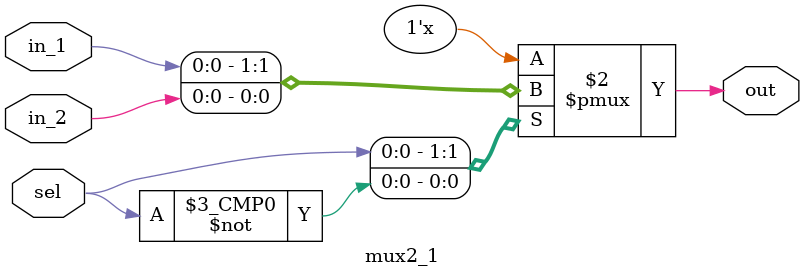
<source format=v>
module mux2_1 
(
	input wire [0:0] in_1,
	input wire [0:0] in_2,
	input wire [0:0] sel,
	output reg out
);

always@(sel,in_1,in_2)
	case(sel)
		1'b1 : out = in_1;
		1'b0 : out = in_2;
	endcase

endmodule
</source>
